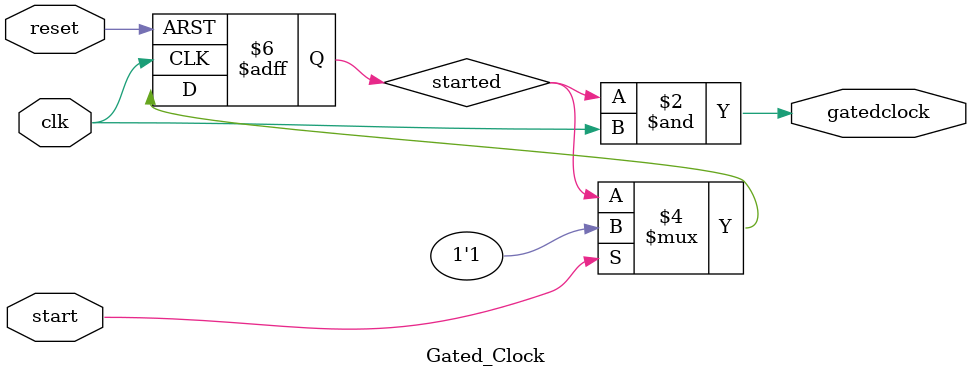
<source format=sv>
module Gated_Clock(
    input logic clk, start, reset,
    output logic gatedclock
);
    logic started = 0;
    always_ff @(posedge clk, posedge reset) begin
        if(reset) begin
            started <= 0;
        end else if(start) begin
            started <= 1;
        end
    end

    assign gatedclock = started & clk;
endmodule
</source>
